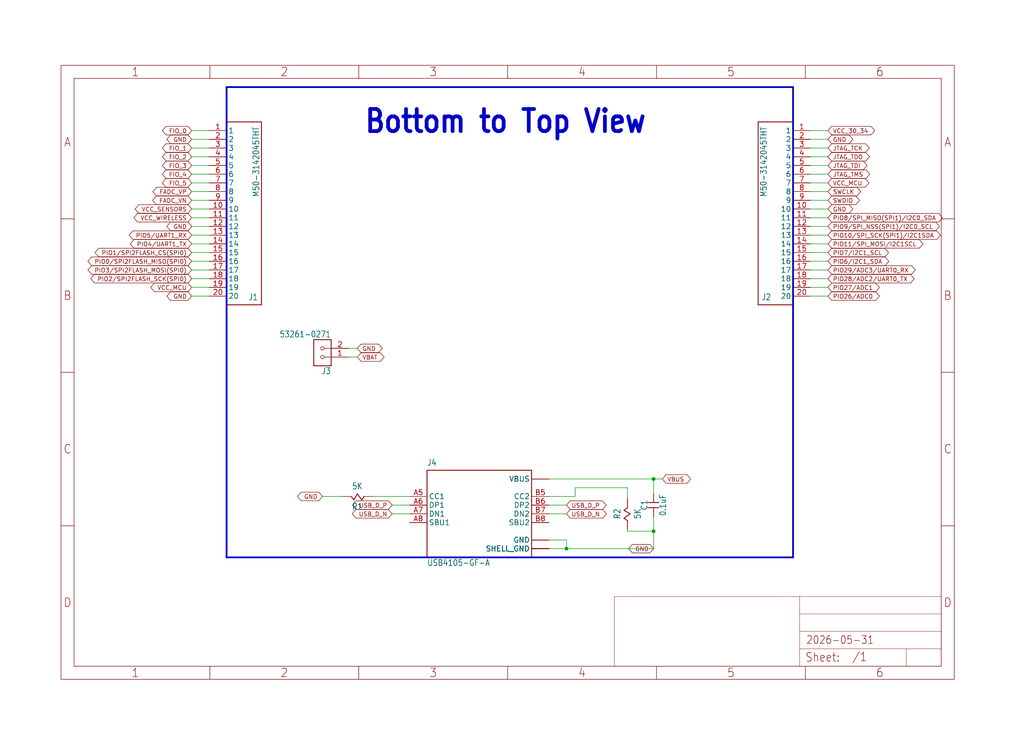
<source format=kicad_sch>
(kicad_sch (version 20250114) (generator "eeschema") (generator_version "9.0")
  (paper "User" 298.45 217.322)
  (lib_symbols
    (symbol "env-eagle-import:53261-0271"
      (property "Reference" "J" (at -2.5449 3.0539 0))
      (symbol "53261-0271_1_0"
        (polyline (pts (xy -2.54 2.54) (xy -2.54 -5.08)) (stroke (width 0.254)))
        (polyline (pts (xy -2.54 2.54) (xy 2.54 2.54)) (stroke (width 0.254)))
        (polyline (pts (xy -2.54 0) (xy -0.508 0)) (stroke (width 0.1524)))
        (polyline (pts (xy -2.54 -2.54) (xy -0.508 -2.54)) (stroke (width 0.1524)))
        (polyline (pts (xy -2.54 -5.08) (xy 2.54 -5.08)) (stroke (width 0.254)))
        (circle (center 0 0) (radius 0.508) (stroke (width 0.1524)))
        (circle (center 0 -2.54) (radius 0.508) (stroke (width 0.1524)))
        (polyline (pts (xy 2.54 -5.08) (xy 2.54 2.54)) (stroke (width 0.254)))
        (pin passive line (at -7.62 0 0) (length 5.08) (name "1") (number "1"))
        (pin passive line (at -7.62 -2.54 0) (length 5.08) (name "2") (number "2"))
      )
    )
    (symbol "env-eagle-import:A4L-LOC"
      (symbol "A4L-LOC_1_0"
        (polyline (pts (xy 0 179.07) (xy 260.35 179.07) (xy 260.35 0) (xy 0 0) (xy 0 179.07)))
        (polyline (pts (xy 0 134.3025) (xy 3.81 134.3025)))
        (polyline (pts (xy 0 89.535) (xy 3.81 89.535)))
        (polyline (pts (xy 0 44.7675) (xy 3.81 44.7675)))
        (polyline (pts (xy 3.81 175.26) (xy 3.81 3.81)))
        (polyline (pts (xy 43.3917 179.07) (xy 43.3917 175.26)))
        (polyline (pts (xy 43.3917 3.81) (xy 43.3917 0)))
        (polyline (pts (xy 86.7833 179.07) (xy 86.7833 175.26)))
        (polyline (pts (xy 86.7833 3.81) (xy 86.7833 0)))
        (polyline (pts (xy 130.175 179.07) (xy 130.175 175.26)))
        (polyline (pts (xy 130.175 3.81) (xy 130.175 0)))
        (polyline (pts (xy 161.29 24.13) (xy 215.265 24.13)) (stroke (width 0.1016)))
        (polyline (pts (xy 161.29 3.81) (xy 161.29 24.13)) (stroke (width 0.1016)))
        (polyline (pts (xy 173.5667 179.07) (xy 173.5667 175.26)))
        (polyline (pts (xy 173.5667 3.81) (xy 173.5667 0)))
        (polyline (pts (xy 215.265 24.13) (xy 256.54 24.13)) (stroke (width 0.1016)))
        (polyline (pts (xy 215.265 19.05) (xy 215.265 24.13)) (stroke (width 0.1016)))
        (polyline (pts (xy 215.265 19.05) (xy 256.54 19.05)) (stroke (width 0.1016)))
        (polyline (pts (xy 215.265 13.97) (xy 215.265 19.05)) (stroke (width 0.1016)))
        (polyline (pts (xy 215.265 13.97) (xy 256.54 13.97)) (stroke (width 0.1016)))
        (polyline (pts (xy 215.265 8.89) (xy 215.265 13.97)) (stroke (width 0.1016)))
        (polyline (pts (xy 215.265 8.89) (xy 215.265 3.81)) (stroke (width 0.1016)))
        (polyline (pts (xy 216.9583 179.07) (xy 216.9583 175.26)))
        (polyline (pts (xy 216.9583 3.81) (xy 216.9583 0)))
        (polyline (pts (xy 246.38 8.89) (xy 215.265 8.89)) (stroke (width 0.1016)))
        (polyline (pts (xy 246.38 8.89) (xy 256.54 8.89)) (stroke (width 0.1016)))
        (polyline (pts (xy 246.38 3.81) (xy 246.38 8.89)) (stroke (width 0.1016)))
        (polyline (pts (xy 256.54 175.26) (xy 3.81 175.26)))
        (polyline (pts (xy 256.54 175.26) (xy 256.54 3.81)))
        (polyline (pts (xy 256.54 134.3025) (xy 260.35 134.3025)))
        (polyline (pts (xy 256.54 89.535) (xy 260.35 89.535)))
        (polyline (pts (xy 256.54 44.7675) (xy 260.35 44.7675)))
        (polyline (pts (xy 256.54 19.05) (xy 256.54 24.13)) (stroke (width 0.1016)))
        (polyline (pts (xy 256.54 13.97) (xy 256.54 19.05)) (stroke (width 0.1016)))
        (polyline (pts (xy 256.54 8.89) (xy 256.54 13.97)) (stroke (width 0.1016)))
        (polyline (pts (xy 256.54 3.81) (xy 3.81 3.81)))
        (polyline (pts (xy 256.54 3.81) (xy 256.54 8.89)) (stroke (width 0.1016)))
        (text "A" (at 1.905 156.6863 0) (effects (font (size 2.54 2.286))))
        (text "B" (at 1.905 111.9188 0) (effects (font (size 2.54 2.286))))
        (text "C" (at 1.905 67.1513 0) (effects (font (size 2.54 2.286))))
        (text "D" (at 1.905 22.3838 0) (effects (font (size 2.54 2.286))))
        (text "1" (at 21.6958 177.165 0) (effects (font (size 2.54 2.286))))
        (text "1" (at 21.6958 1.905 0) (effects (font (size 2.54 2.286))))
        (text "2" (at 65.0875 177.165 0) (effects (font (size 2.54 2.286))))
        (text "2" (at 65.0875 1.905 0) (effects (font (size 2.54 2.286))))
        (text "3" (at 108.4792 177.165 0) (effects (font (size 2.54 2.286))))
        (text "3" (at 108.4792 1.905 0) (effects (font (size 2.54 2.286))))
        (text "4" (at 151.8708 177.165 0) (effects (font (size 2.54 2.286))))
        (text "4" (at 151.8708 1.905 0) (effects (font (size 2.54 2.286))))
        (text "5" (at 195.2625 177.165 0) (effects (font (size 2.54 2.286))))
        (text "5" (at 195.2625 1.905 0) (effects (font (size 2.54 2.286))))
        (text "Sheet:" (at 216.916 4.953 0) (effects (font (size 2.54 2.159)) (justify left bottom)))
        (text "${PROJECTNAME}" (at 217.17 15.24 0) (effects (font (size 2.54 2.159)) (justify left bottom)))
        (text "${CURRENT_DATE}" (at 217.17 10.16 0) (effects (font (size 2.286 1.9431)) (justify left bottom)))
        (text "${#}/${##}" (at 230.505 5.08 0) (effects (font (size 2.54 2.159)) (justify left bottom)))
        (text "6" (at 238.6542 177.165 0) (effects (font (size 2.54 2.286))))
        (text "6" (at 238.6542 1.905 0) (effects (font (size 2.54 2.286))))
        (text "A" (at 258.445 156.6863 0) (effects (font (size 2.54 2.286))))
        (text "B" (at 258.445 111.9188 0) (effects (font (size 2.54 2.286))))
        (text "C" (at 258.445 67.1513 0) (effects (font (size 2.54 2.286))))
        (text "D" (at 258.445 22.3838 0) (effects (font (size 2.54 2.286))))
      )
    )
    (symbol "env-eagle-import:CAPACITOR0805"
      (property "Reference" "C" (at 0 1.714 0))
      (symbol "CAPACITOR0805_1_0"
        (polyline (pts (xy -0.762 1.524) (xy -0.762 -1.524)) (stroke (width 0.254)))
        (polyline (pts (xy 0.762 -1.524) (xy 0.762 1.524)) (stroke (width 0.254)))
        (pin bidirectional line (at -3.46 0 0) (length 2.54) (name "P$1") (number "1"))
        (pin bidirectional line (at 3.46 0 180) (length 2.54) (name "P$2") (number "2"))
      )
    )
    (symbol "env-eagle-import:M50-3142045THT"
      (property "Reference" "J" (at 0 3.81 0))
      (symbol "M50-3142045THT_1_0"
        (polyline (pts (xy 0 0) (xy 0 -53.34)) (stroke (width 0.254)))
        (polyline (pts (xy 0 0) (xy 10.16 0)) (stroke (width 0.254)))
        (polyline (pts (xy 10.16 -53.34) (xy 0 -53.34)) (stroke (width 0.254)))
        (polyline (pts (xy 10.16 -53.34) (xy 10.16 0)) (stroke (width 0.254)))
        (pin bidirectional line (at -5.08 -2.54 0) (length 5.08) (name "1") (number "1"))
        (pin bidirectional line (at -5.08 -5.08 0) (length 5.08) (name "2") (number "2"))
        (pin bidirectional line (at -5.08 -7.62 0) (length 5.08) (name "3") (number "3"))
        (pin bidirectional line (at -5.08 -10.16 0) (length 5.08) (name "4") (number "4"))
        (pin bidirectional line (at -5.08 -12.7 0) (length 5.08) (name "5") (number "5"))
        (pin bidirectional line (at -5.08 -15.24 0) (length 5.08) (name "6") (number "6"))
        (pin bidirectional line (at -5.08 -17.78 0) (length 5.08) (name "7") (number "7"))
        (pin bidirectional line (at -5.08 -20.32 0) (length 5.08) (name "8") (number "8"))
        (pin bidirectional line (at -5.08 -22.86 0) (length 5.08) (name "9") (number "9"))
        (pin bidirectional line (at -5.08 -25.4 0) (length 5.08) (name "10") (number "10"))
        (pin bidirectional line (at -5.08 -27.94 0) (length 5.08) (name "11") (number "11"))
        (pin bidirectional line (at -5.08 -30.48 0) (length 5.08) (name "12") (number "12"))
        (pin bidirectional line (at -5.08 -33.02 0) (length 5.08) (name "13") (number "13"))
        (pin bidirectional line (at -5.08 -35.56 0) (length 5.08) (name "14") (number "14"))
        (pin bidirectional line (at -5.08 -38.1 0) (length 5.08) (name "15") (number "15"))
        (pin bidirectional line (at -5.08 -40.64 0) (length 5.08) (name "16") (number "16"))
        (pin bidirectional line (at -5.08 -43.18 0) (length 5.08) (name "17") (number "17"))
        (pin bidirectional line (at -5.08 -45.72 0) (length 5.08) (name "18") (number "18"))
        (pin bidirectional line (at -5.08 -48.26 0) (length 5.08) (name "19") (number "19"))
        (pin bidirectional line (at -5.08 -50.8 0) (length 5.08) (name "20") (number "20"))
      )
    )
    (symbol "env-eagle-import:RESISTORSMD_0402"
      (property "Reference" "R" (at 0 2 0))
      (symbol "RESISTORSMD_0402_1_0"
        (polyline (pts (xy -2 0) (xy -1.27 1.016)) (stroke (width 0.254)))
        (polyline (pts (xy -1.27 1.016) (xy 0 -0.762)) (stroke (width 0.254)))
        (polyline (pts (xy 0 -0.762) (xy 1.016 1.016)) (stroke (width 0.254)))
        (polyline (pts (xy 1.016 1.016) (xy 1.778 0)) (stroke (width 0.254)))
        (pin bidirectional line (at -4.46 0 0) (length 2.54) (name "1") (number "1"))
        (pin bidirectional line (at 4.46 0 180) (length 2.54) (name "2") (number "2"))
      )
    )
    (symbol "env-eagle-import:USB4105-GF-A"
      (property "Reference" "J" (at -15.24 13.97 0))
      (symbol "USB4105-GF-A_1_0"
        (polyline (pts (xy -15.24 12.7) (xy 15.24 12.7)) (stroke (width 0.254)))
        (polyline (pts (xy -15.24 -12.7) (xy -15.24 12.7)) (stroke (width 0.254)))
        (polyline (pts (xy 15.24 12.7) (xy 15.24 -12.7)) (stroke (width 0.254)))
        (polyline (pts (xy 15.24 -12.7) (xy -15.24 -12.7)) (stroke (width 0.254)))
        (pin bidirectional line (at -20.32 5.08 0) (length 5.08) (name "CC1") (number "A5"))
        (pin bidirectional line (at -20.32 2.54 0) (length 5.08) (name "DP1") (number "A6"))
        (pin bidirectional line (at -20.32 0 0) (length 5.08) (name "DN1") (number "A7"))
        (pin bidirectional line (at -20.32 -2.54 0) (length 5.08) (name "SBU1") (number "A8"))
        (pin power_in line (at 20.32 10.16 180) (length 5.08) (name "VBUS") (number "A4_B9"))
        (pin power_in line (at 20.32 10.16 180) (length 5.08) (name "VBUS") (number "B4_A9"))
        (pin bidirectional line (at 20.32 5.08 180) (length 5.08) (name "CC2") (number "B5"))
        (pin bidirectional line (at 20.32 2.54 180) (length 5.08) (name "DP2") (number "B6"))
        (pin bidirectional line (at 20.32 0 180) (length 5.08) (name "DN2") (number "B7"))
        (pin bidirectional line (at 20.32 -2.54 180) (length 5.08) (name "SBU2") (number "B8"))
        (pin power_in line (at 20.32 -7.62 180) (length 5.08) (name "GND") (number "A1_B12"))
        (pin power_in line (at 20.32 -7.62 180) (length 5.08) (name "GND") (number "B1_A12"))
        (pin power_in line (at 20.32 -10.16 180) (length 5.08) (name "SHELL_GND") (number "S1"))
        (pin power_in line (at 20.32 -10.16 180) (length 5.08) (name "SHELL_GND") (number "S2"))
        (pin power_in line (at 20.32 -10.16 180) (length 5.08) (name "SHELL_GND") (number "S3"))
        (pin power_in line (at 20.32 -10.16 180) (length 5.08) (name "SHELL_GND") (number "S4"))
      )
    )
  )
  (text "Bottom to Top View" (at 147.32 35.56 0) (effects (font (size 6.4516 5.4838) (thickness 1.0968) (bold yes))))
  (junction (at 190.5 139.7))
  (junction (at 190.5 154.94))
  (junction (at 165.1 160.02))
  (wire (pts (xy 236.22 40.64) (xy 241.3 40.64)) (stroke (width 0.1524)))
  (wire (pts (xy 160.02 139.7) (xy 190.5 139.7)) (stroke (width 0.1524)))
  (wire (pts (xy 60.96 86.36) (xy 55.88 86.36)) (stroke (width 0.1524)))
  (wire (pts (xy 236.22 81.28) (xy 241.3 81.28)) (stroke (width 0.1524)))
  (wire (pts (xy 99.68 144.78) (xy 93.98 144.78)) (stroke (width 0.1524)))
  (polyline (pts (xy 66.04 25.4) (xy 66.04 162.56)) (stroke (width 0.508) (type solid)))
  (wire (pts (xy 60.96 63.5) (xy 55.88 63.5)) (stroke (width 0.1524)))
  (wire (pts (xy 236.22 78.74) (xy 241.3 78.74)) (stroke (width 0.1524)))
  (wire (pts (xy 60.96 76.2) (xy 55.88 76.2)) (stroke (width 0.1524)))
  (wire (pts (xy 160.02 147.32) (xy 165.1 147.32)) (stroke (width 0.1524)))
  (wire (pts (xy 160.02 144.78) (xy 167.64 144.78)) (stroke (width 0.1524)))
  (wire (pts (xy 190.5 150.78) (xy 190.5 154.94)) (stroke (width 0.1524)))
  (wire (pts (xy 236.22 48.26) (xy 241.3 48.26)) (stroke (width 0.1524)))
  (wire (pts (xy 190.5 160.02) (xy 165.1 160.02)) (stroke (width 0.1524)))
  (wire (pts (xy 60.96 50.8) (xy 55.88 50.8)) (stroke (width 0.1524)))
  (wire (pts (xy 182.88 154.94) (xy 190.5 154.94)) (stroke (width 0.1524)))
  (wire (pts (xy 190.5 139.7) (xy 193.04 139.7)) (stroke (width 0.1524)))
  (wire (pts (xy 60.96 38.1) (xy 55.88 38.1)) (stroke (width 0.1524)))
  (wire (pts (xy 119.38 147.32) (xy 114.3 147.32)) (stroke (width 0.1524)))
  (wire (pts (xy 60.96 55.88) (xy 55.88 55.88)) (stroke (width 0.1524)))
  (wire (pts (xy 182.88 142.24) (xy 182.88 145.4)) (stroke (width 0.1524)))
  (wire (pts (xy 182.88 142.24) (xy 167.64 142.24)) (stroke (width 0.1524)))
  (wire (pts (xy 60.96 40.64) (xy 55.88 40.64)) (stroke (width 0.1524)))
  (wire (pts (xy 236.22 58.42) (xy 241.3 58.42)) (stroke (width 0.1524)))
  (wire (pts (xy 60.96 60.96) (xy 55.88 60.96)) (stroke (width 0.1524)))
  (wire (pts (xy 60.96 68.58) (xy 55.88 68.58)) (stroke (width 0.1524)))
  (wire (pts (xy 241.3 86.36) (xy 236.22 86.36)) (stroke (width 0.1524)))
  (wire (pts (xy 236.22 68.58) (xy 241.3 68.58)) (stroke (width 0.1524)))
  (wire (pts (xy 119.38 149.86) (xy 114.3 149.86)) (stroke (width 0.1524)))
  (wire (pts (xy 60.96 81.28) (xy 55.88 81.28)) (stroke (width 0.1524)))
  (wire (pts (xy 236.22 43.18) (xy 241.3 43.18)) (stroke (width 0.1524)))
  (wire (pts (xy 60.96 48.26) (xy 55.88 48.26)) (stroke (width 0.1524)))
  (wire (pts (xy 241.3 83.82) (xy 236.22 83.82)) (stroke (width 0.1524)))
  (wire (pts (xy 236.22 38.1) (xy 241.3 38.1)) (stroke (width 0.1524)))
  (wire (pts (xy 241.3 73.66) (xy 236.22 73.66)) (stroke (width 0.1524)))
  (polyline (pts (xy 231.14 162.56) (xy 231.14 25.4)) (stroke (width 0.508) (type solid)))
  (wire (pts (xy 236.22 66.04) (xy 241.3 66.04)) (stroke (width 0.1524)))
  (wire (pts (xy 190.5 154.94) (xy 190.5 160.02)) (stroke (width 0.1524)))
  (wire (pts (xy 60.96 58.42) (xy 55.88 58.42)) (stroke (width 0.1524)))
  (polyline (pts (xy 66.04 162.56) (xy 231.14 162.56)) (stroke (width 0.508) (type solid)))
  (wire (pts (xy 60.96 71.12) (xy 55.88 71.12)) (stroke (width 0.1524)))
  (wire (pts (xy 236.22 71.12) (xy 241.3 71.12)) (stroke (width 0.1524)))
  (wire (pts (xy 241.3 76.2) (xy 236.22 76.2)) (stroke (width 0.1524)))
  (polyline (pts (xy 231.14 25.4) (xy 66.04 25.4)) (stroke (width 0.508) (type solid)))
  (wire (pts (xy 60.96 78.74) (xy 55.88 78.74)) (stroke (width 0.1524)))
  (wire (pts (xy 241.3 50.8) (xy 236.22 50.8)) (stroke (width 0.1524)))
  (wire (pts (xy 165.1 157.48) (xy 165.1 160.02)) (stroke (width 0.1524)))
  (wire (pts (xy 182.88 154.32) (xy 182.88 154.94)) (stroke (width 0.1524)))
  (wire (pts (xy 60.96 53.34) (xy 55.88 53.34)) (stroke (width 0.1524)))
  (wire (pts (xy 241.3 53.34) (xy 236.22 53.34)) (stroke (width 0.1524)))
  (wire (pts (xy 60.96 66.04) (xy 55.88 66.04)) (stroke (width 0.1524)))
  (wire (pts (xy 101.6 104.14) (xy 104.14 104.14)) (stroke (width 0.1524)))
  (wire (pts (xy 119.38 144.78) (xy 108.6 144.78)) (stroke (width 0.1524)))
  (wire (pts (xy 101.6 101.6) (xy 104.14 101.6)) (stroke (width 0.1524)))
  (wire (pts (xy 60.96 73.66) (xy 55.88 73.66)) (stroke (width 0.1524)))
  (wire (pts (xy 241.3 45.72) (xy 236.22 45.72)) (stroke (width 0.1524)))
  (wire (pts (xy 167.64 142.24) (xy 167.64 144.78)) (stroke (width 0.1524)))
  (wire (pts (xy 160.02 160.02) (xy 165.1 160.02)) (stroke (width 0.1524)))
  (wire (pts (xy 236.22 60.96) (xy 241.3 60.96)) (stroke (width 0.1524)))
  (wire (pts (xy 236.22 63.5) (xy 241.3 63.5)) (stroke (width 0.1524)))
  (wire (pts (xy 160.02 157.48) (xy 165.1 157.48)) (stroke (width 0.1524)))
  (wire (pts (xy 60.96 45.72) (xy 55.88 45.72)) (stroke (width 0.1524)))
  (wire (pts (xy 190.5 143.86) (xy 190.5 139.7)) (stroke (width 0.1524)))
  (wire (pts (xy 160.02 149.86) (xy 165.1 149.86)) (stroke (width 0.1524)))
  (wire (pts (xy 60.96 43.18) (xy 55.88 43.18)) (stroke (width 0.1524)))
  (wire (pts (xy 236.22 55.88) (xy 241.3 55.88)) (stroke (width 0.1524)))
  (wire (pts (xy 60.96 83.82) (xy 55.88 83.82)) (stroke (width 0.1524)))
  (global_label "JTAG_TCK" (shape bidirectional) (at 241.3 43.18 0) (effects (font (size 1.2446 1.2446))) (property "Intersheetrefs" "${INTERSHEET_REFS}" (effects (hide yes))))
  (global_label "PIO8/SPI_MISO(SPI1)/I2C0_SDA" (shape bidirectional) (at 241.3 63.5 0) (effects (font (size 1.2446 1.2446))) (property "Intersheetrefs" "${INTERSHEET_REFS}" (effects (hide yes))))
  (global_label "PIO11/SPI_MOSI/I2C1SCL" (shape bidirectional) (at 241.3 71.12 0) (effects (font (size 1.2446 1.2446))) (property "Intersheetrefs" "${INTERSHEET_REFS}" (effects (hide yes))))
  (global_label "VCC_SENSORS" (shape bidirectional) (at 55.88 60.96 180) (effects (font (size 1.2446 1.2446))) (property "Intersheetrefs" "${INTERSHEET_REFS}" (effects (hide yes))))
  (global_label "GND" (shape bidirectional) (at 55.88 86.36 180) (effects (font (size 1.2446 1.2446))) (property "Intersheetrefs" "${INTERSHEET_REFS}" (effects (hide yes))))
  (global_label "PIO1/SPI2FLASH_CS(SPI0)" (shape bidirectional) (at 55.88 73.66 180) (effects (font (size 1.2446 1.2446))) (property "Intersheetrefs" "${INTERSHEET_REFS}" (effects (hide yes))))
  (global_label "GND" (shape bidirectional) (at 241.3 40.64 0) (effects (font (size 1.2446 1.2446))) (property "Intersheetrefs" "${INTERSHEET_REFS}" (effects (hide yes))))
  (global_label "USB_D_P" (shape bidirectional) (at 114.3 147.32 180) (effects (font (size 1.2446 1.2446))) (property "Intersheetrefs" "${INTERSHEET_REFS}" (effects (hide yes))))
  (global_label "FIO_3" (shape bidirectional) (at 55.88 48.26 180) (effects (font (size 1.2446 1.2446))) (property "Intersheetrefs" "${INTERSHEET_REFS}" (effects (hide yes))))
  (global_label "PIO2/SPI2FLASH_SCK(SPI0)" (shape bidirectional) (at 55.88 81.28 180) (effects (font (size 1.2446 1.2446))) (property "Intersheetrefs" "${INTERSHEET_REFS}" (effects (hide yes))))
  (global_label "VCC_MCU" (shape bidirectional) (at 241.3 53.34 0) (effects (font (size 1.2446 1.2446))) (property "Intersheetrefs" "${INTERSHEET_REFS}" (effects (hide yes))))
  (global_label "VBUS" (shape bidirectional) (at 193.04 139.7 0) (effects (font (size 1.2446 1.2446))) (property "Intersheetrefs" "${INTERSHEET_REFS}" (effects (hide yes))))
  (global_label "SWCLK" (shape bidirectional) (at 241.3 55.88 0) (effects (font (size 1.2446 1.2446))) (property "Intersheetrefs" "${INTERSHEET_REFS}" (effects (hide yes))))
  (global_label "VCC_WIRELESS" (shape bidirectional) (at 55.88 63.5 180) (effects (font (size 1.2446 1.2446))) (property "Intersheetrefs" "${INTERSHEET_REFS}" (effects (hide yes))))
  (global_label "FADC_VN" (shape bidirectional) (at 55.88 58.42 180) (effects (font (size 1.2446 1.2446))) (property "Intersheetrefs" "${INTERSHEET_REFS}" (effects (hide yes))))
  (global_label "USB_D_P" (shape bidirectional) (at 165.1 147.32 0) (effects (font (size 1.2446 1.2446))) (property "Intersheetrefs" "${INTERSHEET_REFS}" (effects (hide yes))))
  (global_label "PIO10/SPI_SCK(SPI1)/I2C1SDA" (shape bidirectional) (at 241.3 68.58 0) (effects (font (size 1.2446 1.2446))) (property "Intersheetrefs" "${INTERSHEET_REFS}" (effects (hide yes))))
  (global_label "JTAG_TDI" (shape bidirectional) (at 241.3 48.26 0) (effects (font (size 1.2446 1.2446))) (property "Intersheetrefs" "${INTERSHEET_REFS}" (effects (hide yes))))
  (global_label "VCC_30_34" (shape bidirectional) (at 241.3 38.1 0) (effects (font (size 1.2446 1.2446))) (property "Intersheetrefs" "${INTERSHEET_REFS}" (effects (hide yes))))
  (global_label "GND" (shape bidirectional) (at 190.5 160.02 180) (effects (font (size 1.2446 1.2446))) (property "Intersheetrefs" "${INTERSHEET_REFS}" (effects (hide yes))))
  (global_label "PIO6/I2C1_SDA" (shape bidirectional) (at 241.3 76.2 0) (effects (font (size 1.2446 1.2446))) (property "Intersheetrefs" "${INTERSHEET_REFS}" (effects (hide yes))))
  (global_label "FIO_0" (shape bidirectional) (at 55.88 38.1 180) (effects (font (size 1.2446 1.2446))) (property "Intersheetrefs" "${INTERSHEET_REFS}" (effects (hide yes))))
  (global_label "FIO_5" (shape bidirectional) (at 55.88 53.34 180) (effects (font (size 1.2446 1.2446))) (property "Intersheetrefs" "${INTERSHEET_REFS}" (effects (hide yes))))
  (global_label "VCC_MCU" (shape bidirectional) (at 55.88 83.82 180) (effects (font (size 1.2446 1.2446))) (property "Intersheetrefs" "${INTERSHEET_REFS}" (effects (hide yes))))
  (global_label "PIO4/UART1_TX" (shape bidirectional) (at 55.88 71.12 180) (effects (font (size 1.2446 1.2446))) (property "Intersheetrefs" "${INTERSHEET_REFS}" (effects (hide yes))))
  (global_label "JTAG_TMS" (shape bidirectional) (at 241.3 50.8 0) (effects (font (size 1.2446 1.2446))) (property "Intersheetrefs" "${INTERSHEET_REFS}" (effects (hide yes))))
  (global_label "PIO0/SPI2FLASH_MISO(SPI0)" (shape bidirectional) (at 55.88 76.2 180) (effects (font (size 1.2446 1.2446))) (property "Intersheetrefs" "${INTERSHEET_REFS}" (effects (hide yes))))
  (global_label "USB_D_N" (shape bidirectional) (at 165.1 149.86 0) (effects (font (size 1.2446 1.2446))) (property "Intersheetrefs" "${INTERSHEET_REFS}" (effects (hide yes))))
  (global_label "PIO3/SPI2FLASH_MOSI(SPI0)" (shape bidirectional) (at 55.88 78.74 180) (effects (font (size 1.2446 1.2446))) (property "Intersheetrefs" "${INTERSHEET_REFS}" (effects (hide yes))))
  (global_label "VBAT" (shape bidirectional) (at 104.14 104.14 0) (effects (font (size 1.2446 1.2446))) (property "Intersheetrefs" "${INTERSHEET_REFS}" (effects (hide yes))))
  (global_label "FADC_VP" (shape bidirectional) (at 55.88 55.88 180) (effects (font (size 1.2446 1.2446))) (property "Intersheetrefs" "${INTERSHEET_REFS}" (effects (hide yes))))
  (global_label "PIO9/SPI_NSS(SPI1)/I2C0_SCL" (shape bidirectional) (at 241.3 66.04 0) (effects (font (size 1.2446 1.2446))) (property "Intersheetrefs" "${INTERSHEET_REFS}" (effects (hide yes))))
  (global_label "PIO5/UART1_RX" (shape bidirectional) (at 55.88 68.58 180) (effects (font (size 1.2446 1.2446))) (property "Intersheetrefs" "${INTERSHEET_REFS}" (effects (hide yes))))
  (global_label "GND" (shape bidirectional) (at 93.98 144.78 180) (effects (font (size 1.2446 1.2446))) (property "Intersheetrefs" "${INTERSHEET_REFS}" (effects (hide yes))))
  (global_label "JTAG_TDO" (shape bidirectional) (at 241.3 45.72 0) (effects (font (size 1.2446 1.2446))) (property "Intersheetrefs" "${INTERSHEET_REFS}" (effects (hide yes))))
  (global_label "PIO28/ADC2/UART0_TX" (shape bidirectional) (at 241.3 81.28 0) (effects (font (size 1.2446 1.2446))) (property "Intersheetrefs" "${INTERSHEET_REFS}" (effects (hide yes))))
  (global_label "FIO_1" (shape bidirectional) (at 55.88 43.18 180) (effects (font (size 1.2446 1.2446))) (property "Intersheetrefs" "${INTERSHEET_REFS}" (effects (hide yes))))
  (global_label "PIO27/ADC1" (shape bidirectional) (at 241.3 83.82 0) (effects (font (size 1.2446 1.2446))) (property "Intersheetrefs" "${INTERSHEET_REFS}" (effects (hide yes))))
  (global_label "FIO_2" (shape bidirectional) (at 55.88 45.72 180) (effects (font (size 1.2446 1.2446))) (property "Intersheetrefs" "${INTERSHEET_REFS}" (effects (hide yes))))
  (global_label "GND" (shape bidirectional) (at 55.88 66.04 180) (effects (font (size 1.2446 1.2446))) (property "Intersheetrefs" "${INTERSHEET_REFS}" (effects (hide yes))))
  (global_label "PIO26/ADC0" (shape bidirectional) (at 241.3 86.36 0) (effects (font (size 1.2446 1.2446))) (property "Intersheetrefs" "${INTERSHEET_REFS}" (effects (hide yes))))
  (global_label "FIO_4" (shape bidirectional) (at 55.88 50.8 180) (effects (font (size 1.2446 1.2446))) (property "Intersheetrefs" "${INTERSHEET_REFS}" (effects (hide yes))))
  (global_label "PIO7/I2C1_SCL" (shape bidirectional) (at 241.3 73.66 0) (effects (font (size 1.2446 1.2446))) (property "Intersheetrefs" "${INTERSHEET_REFS}" (effects (hide yes))))
  (global_label "PIO29/ADC3/UART0_RX" (shape bidirectional) (at 241.3 78.74 0) (effects (font (size 1.2446 1.2446))) (property "Intersheetrefs" "${INTERSHEET_REFS}" (effects (hide yes))))
  (global_label "USB_D_N" (shape bidirectional) (at 114.3 149.86 180) (effects (font (size 1.2446 1.2446))) (property "Intersheetrefs" "${INTERSHEET_REFS}" (effects (hide yes))))
  (global_label "GND" (shape bidirectional) (at 241.3 60.96 0) (effects (font (size 1.2446 1.2446))) (property "Intersheetrefs" "${INTERSHEET_REFS}" (effects (hide yes))))
  (global_label "GND" (shape bidirectional) (at 55.88 40.64 180) (effects (font (size 1.2446 1.2446))) (property "Intersheetrefs" "${INTERSHEET_REFS}" (effects (hide yes))))
  (global_label "GND" (shape bidirectional) (at 104.14 101.6 0) (effects (font (size 1.2446 1.2446))) (property "Intersheetrefs" "${INTERSHEET_REFS}" (effects (hide yes))))
  (global_label "SWDIO" (shape bidirectional) (at 241.3 58.42 0) (effects (font (size 1.2446 1.2446))) (property "Intersheetrefs" "${INTERSHEET_REFS}" (effects (hide yes))))
  (symbol (lib_id "env-eagle-import:53261-0271") (at 93.98 104.14 180) (unit 1)
    (property "Reference" "J3" (at 96.5249 107.194 0) (effects (font (size 1.7814 1.5141)) (justify left bottom)))
    (property "Value" "53261-0271" (at 96.5224 96.5126 0) (effects (font (size 1.7797 1.5127)) (justify left bottom)))
    (property "Footprint" "env:MOLEX_53261-0271" (effects (hide yes)))
  )
  (symbol (lib_id "env-eagle-import:RESISTORSMD_0402") (at 104.14 144.78 180) (unit 1)
    (property "Reference" "R1" (at 104.14 146.78 0) (effects (font (size 1.778 1.5113)) (justify bottom)))
    (property "Value" "5K" (at 104.14 142.78 0) (effects (font (size 1.778 1.5113)) (justify top)))
    (property "Footprint" "env:0402" (effects (hide yes)))
    (property "OC_NEWARK" "unknown" (effects (hide yes)))
  )
  (symbol (lib_id "env-eagle-import:M50-3142045THT") (at 231.14 35.56 0) (mirror y) (unit 1)
    (property "Reference" "J2" (at 224.79 87.63 0) (effects (font (size 1.778 1.5113)) (justify left bottom)))
    (property "Value" "M50-3142045THT" (at 223.52 36.83 90) (effects (font (size 1.778 1.5113)) (justify right top)))
    (property "Footprint" "env:20X1_HEADER_THT_1.27MM" (effects (hide yes)))
    (property "OC_NEWARK" "unknown" (effects (hide yes)))
  )
  (symbol (lib_id "env-eagle-import:CAPACITOR0805") (at 190.5 147.32 90) (unit 1)
    (property "Reference" "C1" (at 188.786 147.32 0) (effects (font (size 1.778 1.5113)) (justify bottom)))
    (property "Value" "0.1uF" (at 192.214 147.32 0) (effects (font (size 1.778 1.5113)) (justify top)))
    (property "Footprint" "env:0805" (effects (hide yes)))
    (property "OC_NEWARK" "unknown" (effects (hide yes)))
  )
  (symbol (lib_id "env-eagle-import:RESISTORSMD_0402") (at 182.88 149.86 90) (unit 1)
    (property "Reference" "R2" (at 180.88 149.86 0) (effects (font (size 1.778 1.5113)) (justify bottom)))
    (property "Value" "5K" (at 184.88 149.86 0) (effects (font (size 1.778 1.5113)) (justify top)))
    (property "Footprint" "env:0402" (effects (hide yes)))
    (property "OC_NEWARK" "unknown" (effects (hide yes)))
  )
  (symbol (lib_id "env-eagle-import:A4L-LOC") (at 17.78 198.12 0) (unit 1)
    (property "Reference" "#FRAME1" (effects (hide yes)))
    (property "Value" "Header and connector" (effects (hide yes)))
  )
  (symbol (lib_id "env-eagle-import:USB4105-GF-A") (at 139.7 149.86 0) (unit 1)
    (property "Reference" "J4" (at 124.46 135.89 0) (effects (font (size 1.778 1.5113)) (justify left bottom)))
    (property "Value" "USB4105-GF-A" (at 124.46 165.1 0) (effects (font (size 1.778 1.5113)) (justify left bottom)))
    (property "Footprint" "env:GCT_USB4105-GF-A" (effects (hide yes)))
  )
  (symbol (lib_id "env-eagle-import:M50-3142045THT") (at 66.04 35.56 0) (unit 1)
    (property "Reference" "J1" (at 72.39 87.63 0) (effects (font (size 1.778 1.5113)) (justify left bottom)))
    (property "Value" "M50-3142045THT" (at 73.66 36.83 90) (effects (font (size 1.778 1.5113)) (justify right top)))
    (property "Footprint" "env:20X1_HEADER_THT_1.27MM" (effects (hide yes)))
    (property "OC_NEWARK" "unknown" (effects (hide yes)))
  )
)
</source>
